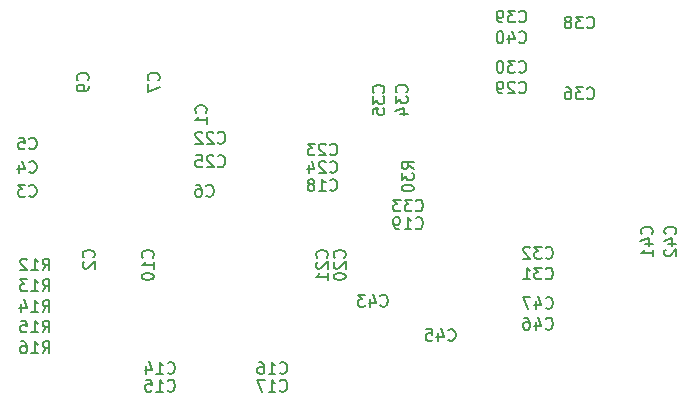
<source format=gbo>
G04 #@! TF.GenerationSoftware,KiCad,Pcbnew,5.0.0-rc1-44a33f2~62~ubuntu18.04.1*
G04 #@! TF.CreationDate,2018-04-18T04:45:04+00:00*
G04 #@! TF.ProjectId,glasgow,676C6173676F772E6B696361645F7063,rev?*
G04 #@! TF.SameCoordinates,Original*
G04 #@! TF.FileFunction,Legend,Bot*
G04 #@! TF.FilePolarity,Positive*
%FSLAX46Y46*%
G04 Gerber Fmt 4.6, Leading zero omitted, Abs format (unit mm)*
G04 Created by KiCad (PCBNEW 5.0.0-rc1-44a33f2~62~ubuntu18.04.1) date Wed Apr 18 04:45:04 2018*
%MOMM*%
%LPD*%
G01*
G04 APERTURE LIST*
%ADD10C,0.150000*%
G04 APERTURE END LIST*
D10*
X103142857Y-87107142D02*
X103190476Y-87154761D01*
X103333333Y-87202380D01*
X103428571Y-87202380D01*
X103571428Y-87154761D01*
X103666666Y-87059523D01*
X103714285Y-86964285D01*
X103761904Y-86773809D01*
X103761904Y-86630952D01*
X103714285Y-86440476D01*
X103666666Y-86345238D01*
X103571428Y-86250000D01*
X103428571Y-86202380D01*
X103333333Y-86202380D01*
X103190476Y-86250000D01*
X103142857Y-86297619D01*
X102809523Y-86202380D02*
X102190476Y-86202380D01*
X102523809Y-86583333D01*
X102380952Y-86583333D01*
X102285714Y-86630952D01*
X102238095Y-86678571D01*
X102190476Y-86773809D01*
X102190476Y-87011904D01*
X102238095Y-87107142D01*
X102285714Y-87154761D01*
X102380952Y-87202380D01*
X102666666Y-87202380D01*
X102761904Y-87154761D01*
X102809523Y-87107142D01*
X101571428Y-86202380D02*
X101476190Y-86202380D01*
X101380952Y-86250000D01*
X101333333Y-86297619D01*
X101285714Y-86392857D01*
X101238095Y-86583333D01*
X101238095Y-86821428D01*
X101285714Y-87011904D01*
X101333333Y-87107142D01*
X101380952Y-87154761D01*
X101476190Y-87202380D01*
X101571428Y-87202380D01*
X101666666Y-87154761D01*
X101714285Y-87107142D01*
X101761904Y-87011904D01*
X101809523Y-86821428D01*
X101809523Y-86583333D01*
X101761904Y-86392857D01*
X101714285Y-86297619D01*
X101666666Y-86250000D01*
X101571428Y-86202380D01*
X94202380Y-95357142D02*
X93726190Y-95023809D01*
X94202380Y-94785714D02*
X93202380Y-94785714D01*
X93202380Y-95166666D01*
X93250000Y-95261904D01*
X93297619Y-95309523D01*
X93392857Y-95357142D01*
X93535714Y-95357142D01*
X93630952Y-95309523D01*
X93678571Y-95261904D01*
X93726190Y-95166666D01*
X93726190Y-94785714D01*
X93202380Y-95690476D02*
X93202380Y-96309523D01*
X93583333Y-95976190D01*
X93583333Y-96119047D01*
X93630952Y-96214285D01*
X93678571Y-96261904D01*
X93773809Y-96309523D01*
X94011904Y-96309523D01*
X94107142Y-96261904D01*
X94154761Y-96214285D01*
X94202380Y-96119047D01*
X94202380Y-95833333D01*
X94154761Y-95738095D01*
X94107142Y-95690476D01*
X93202380Y-96928571D02*
X93202380Y-97023809D01*
X93250000Y-97119047D01*
X93297619Y-97166666D01*
X93392857Y-97214285D01*
X93583333Y-97261904D01*
X93821428Y-97261904D01*
X94011904Y-97214285D01*
X94107142Y-97166666D01*
X94154761Y-97119047D01*
X94202380Y-97023809D01*
X94202380Y-96928571D01*
X94154761Y-96833333D01*
X94107142Y-96785714D01*
X94011904Y-96738095D01*
X93821428Y-96690476D01*
X93583333Y-96690476D01*
X93392857Y-96738095D01*
X93297619Y-96785714D01*
X93250000Y-96833333D01*
X93202380Y-96928571D01*
X93607142Y-88857142D02*
X93654761Y-88809523D01*
X93702380Y-88666666D01*
X93702380Y-88571428D01*
X93654761Y-88428571D01*
X93559523Y-88333333D01*
X93464285Y-88285714D01*
X93273809Y-88238095D01*
X93130952Y-88238095D01*
X92940476Y-88285714D01*
X92845238Y-88333333D01*
X92750000Y-88428571D01*
X92702380Y-88571428D01*
X92702380Y-88666666D01*
X92750000Y-88809523D01*
X92797619Y-88857142D01*
X92702380Y-89190476D02*
X92702380Y-89809523D01*
X93083333Y-89476190D01*
X93083333Y-89619047D01*
X93130952Y-89714285D01*
X93178571Y-89761904D01*
X93273809Y-89809523D01*
X93511904Y-89809523D01*
X93607142Y-89761904D01*
X93654761Y-89714285D01*
X93702380Y-89619047D01*
X93702380Y-89333333D01*
X93654761Y-89238095D01*
X93607142Y-89190476D01*
X93035714Y-90666666D02*
X93702380Y-90666666D01*
X92654761Y-90428571D02*
X93369047Y-90190476D01*
X93369047Y-90809523D01*
X91644268Y-88888144D02*
X91691887Y-88840525D01*
X91739506Y-88697668D01*
X91739506Y-88602430D01*
X91691887Y-88459573D01*
X91596649Y-88364335D01*
X91501411Y-88316716D01*
X91310935Y-88269097D01*
X91168078Y-88269097D01*
X90977602Y-88316716D01*
X90882364Y-88364335D01*
X90787126Y-88459573D01*
X90739506Y-88602430D01*
X90739506Y-88697668D01*
X90787126Y-88840525D01*
X90834745Y-88888144D01*
X90739506Y-89221478D02*
X90739506Y-89840525D01*
X91120459Y-89507192D01*
X91120459Y-89650049D01*
X91168078Y-89745287D01*
X91215697Y-89792906D01*
X91310935Y-89840525D01*
X91549030Y-89840525D01*
X91644268Y-89792906D01*
X91691887Y-89745287D01*
X91739506Y-89650049D01*
X91739506Y-89364335D01*
X91691887Y-89269097D01*
X91644268Y-89221478D01*
X90739506Y-90745287D02*
X90739506Y-90269097D01*
X91215697Y-90221478D01*
X91168078Y-90269097D01*
X91120459Y-90364335D01*
X91120459Y-90602430D01*
X91168078Y-90697668D01*
X91215697Y-90745287D01*
X91310935Y-90792906D01*
X91549030Y-90792906D01*
X91644268Y-90745287D01*
X91691887Y-90697668D01*
X91739506Y-90602430D01*
X91739506Y-90364335D01*
X91691887Y-90269097D01*
X91644268Y-90221478D01*
X108892857Y-89357142D02*
X108940476Y-89404761D01*
X109083333Y-89452380D01*
X109178571Y-89452380D01*
X109321428Y-89404761D01*
X109416666Y-89309523D01*
X109464285Y-89214285D01*
X109511904Y-89023809D01*
X109511904Y-88880952D01*
X109464285Y-88690476D01*
X109416666Y-88595238D01*
X109321428Y-88500000D01*
X109178571Y-88452380D01*
X109083333Y-88452380D01*
X108940476Y-88500000D01*
X108892857Y-88547619D01*
X108559523Y-88452380D02*
X107940476Y-88452380D01*
X108273809Y-88833333D01*
X108130952Y-88833333D01*
X108035714Y-88880952D01*
X107988095Y-88928571D01*
X107940476Y-89023809D01*
X107940476Y-89261904D01*
X107988095Y-89357142D01*
X108035714Y-89404761D01*
X108130952Y-89452380D01*
X108416666Y-89452380D01*
X108511904Y-89404761D01*
X108559523Y-89357142D01*
X107083333Y-88452380D02*
X107273809Y-88452380D01*
X107369047Y-88500000D01*
X107416666Y-88547619D01*
X107511904Y-88690476D01*
X107559523Y-88880952D01*
X107559523Y-89261904D01*
X107511904Y-89357142D01*
X107464285Y-89404761D01*
X107369047Y-89452380D01*
X107178571Y-89452380D01*
X107083333Y-89404761D01*
X107035714Y-89357142D01*
X106988095Y-89261904D01*
X106988095Y-89023809D01*
X107035714Y-88928571D01*
X107083333Y-88880952D01*
X107178571Y-88833333D01*
X107369047Y-88833333D01*
X107464285Y-88880952D01*
X107511904Y-88928571D01*
X107559523Y-89023809D01*
X108892857Y-83357142D02*
X108940476Y-83404761D01*
X109083333Y-83452380D01*
X109178571Y-83452380D01*
X109321428Y-83404761D01*
X109416666Y-83309523D01*
X109464285Y-83214285D01*
X109511904Y-83023809D01*
X109511904Y-82880952D01*
X109464285Y-82690476D01*
X109416666Y-82595238D01*
X109321428Y-82500000D01*
X109178571Y-82452380D01*
X109083333Y-82452380D01*
X108940476Y-82500000D01*
X108892857Y-82547619D01*
X108559523Y-82452380D02*
X107940476Y-82452380D01*
X108273809Y-82833333D01*
X108130952Y-82833333D01*
X108035714Y-82880952D01*
X107988095Y-82928571D01*
X107940476Y-83023809D01*
X107940476Y-83261904D01*
X107988095Y-83357142D01*
X108035714Y-83404761D01*
X108130952Y-83452380D01*
X108416666Y-83452380D01*
X108511904Y-83404761D01*
X108559523Y-83357142D01*
X107369047Y-82880952D02*
X107464285Y-82833333D01*
X107511904Y-82785714D01*
X107559523Y-82690476D01*
X107559523Y-82642857D01*
X107511904Y-82547619D01*
X107464285Y-82500000D01*
X107369047Y-82452380D01*
X107178571Y-82452380D01*
X107083333Y-82500000D01*
X107035714Y-82547619D01*
X106988095Y-82642857D01*
X106988095Y-82690476D01*
X107035714Y-82785714D01*
X107083333Y-82833333D01*
X107178571Y-82880952D01*
X107369047Y-82880952D01*
X107464285Y-82928571D01*
X107511904Y-82976190D01*
X107559523Y-83071428D01*
X107559523Y-83261904D01*
X107511904Y-83357142D01*
X107464285Y-83404761D01*
X107369047Y-83452380D01*
X107178571Y-83452380D01*
X107083333Y-83404761D01*
X107035714Y-83357142D01*
X106988095Y-83261904D01*
X106988095Y-83071428D01*
X107035714Y-82976190D01*
X107083333Y-82928571D01*
X107178571Y-82880952D01*
X105392857Y-107107142D02*
X105440476Y-107154761D01*
X105583333Y-107202380D01*
X105678571Y-107202380D01*
X105821428Y-107154761D01*
X105916666Y-107059523D01*
X105964285Y-106964285D01*
X106011904Y-106773809D01*
X106011904Y-106630952D01*
X105964285Y-106440476D01*
X105916666Y-106345238D01*
X105821428Y-106250000D01*
X105678571Y-106202380D01*
X105583333Y-106202380D01*
X105440476Y-106250000D01*
X105392857Y-106297619D01*
X104535714Y-106535714D02*
X104535714Y-107202380D01*
X104773809Y-106154761D02*
X105011904Y-106869047D01*
X104392857Y-106869047D01*
X104107142Y-106202380D02*
X103440476Y-106202380D01*
X103869047Y-107202380D01*
X105392857Y-108857142D02*
X105440476Y-108904761D01*
X105583333Y-108952380D01*
X105678571Y-108952380D01*
X105821428Y-108904761D01*
X105916666Y-108809523D01*
X105964285Y-108714285D01*
X106011904Y-108523809D01*
X106011904Y-108380952D01*
X105964285Y-108190476D01*
X105916666Y-108095238D01*
X105821428Y-108000000D01*
X105678571Y-107952380D01*
X105583333Y-107952380D01*
X105440476Y-108000000D01*
X105392857Y-108047619D01*
X104535714Y-108285714D02*
X104535714Y-108952380D01*
X104773809Y-107904761D02*
X105011904Y-108619047D01*
X104392857Y-108619047D01*
X103583333Y-107952380D02*
X103773809Y-107952380D01*
X103869047Y-108000000D01*
X103916666Y-108047619D01*
X104011904Y-108190476D01*
X104059523Y-108380952D01*
X104059523Y-108761904D01*
X104011904Y-108857142D01*
X103964285Y-108904761D01*
X103869047Y-108952380D01*
X103678571Y-108952380D01*
X103583333Y-108904761D01*
X103535714Y-108857142D01*
X103488095Y-108761904D01*
X103488095Y-108523809D01*
X103535714Y-108428571D01*
X103583333Y-108380952D01*
X103678571Y-108333333D01*
X103869047Y-108333333D01*
X103964285Y-108380952D01*
X104011904Y-108428571D01*
X104059523Y-108523809D01*
X97142857Y-109807142D02*
X97190476Y-109854761D01*
X97333333Y-109902380D01*
X97428571Y-109902380D01*
X97571428Y-109854761D01*
X97666666Y-109759523D01*
X97714285Y-109664285D01*
X97761904Y-109473809D01*
X97761904Y-109330952D01*
X97714285Y-109140476D01*
X97666666Y-109045238D01*
X97571428Y-108950000D01*
X97428571Y-108902380D01*
X97333333Y-108902380D01*
X97190476Y-108950000D01*
X97142857Y-108997619D01*
X96285714Y-109235714D02*
X96285714Y-109902380D01*
X96523809Y-108854761D02*
X96761904Y-109569047D01*
X96142857Y-109569047D01*
X95285714Y-108902380D02*
X95761904Y-108902380D01*
X95809523Y-109378571D01*
X95761904Y-109330952D01*
X95666666Y-109283333D01*
X95428571Y-109283333D01*
X95333333Y-109330952D01*
X95285714Y-109378571D01*
X95238095Y-109473809D01*
X95238095Y-109711904D01*
X95285714Y-109807142D01*
X95333333Y-109854761D01*
X95428571Y-109902380D01*
X95666666Y-109902380D01*
X95761904Y-109854761D01*
X95809523Y-109807142D01*
X91392857Y-106907142D02*
X91440476Y-106954761D01*
X91583333Y-107002380D01*
X91678571Y-107002380D01*
X91821428Y-106954761D01*
X91916666Y-106859523D01*
X91964285Y-106764285D01*
X92011904Y-106573809D01*
X92011904Y-106430952D01*
X91964285Y-106240476D01*
X91916666Y-106145238D01*
X91821428Y-106050000D01*
X91678571Y-106002380D01*
X91583333Y-106002380D01*
X91440476Y-106050000D01*
X91392857Y-106097619D01*
X90535714Y-106335714D02*
X90535714Y-107002380D01*
X90773809Y-105954761D02*
X91011904Y-106669047D01*
X90392857Y-106669047D01*
X90107142Y-106002380D02*
X89488095Y-106002380D01*
X89821428Y-106383333D01*
X89678571Y-106383333D01*
X89583333Y-106430952D01*
X89535714Y-106478571D01*
X89488095Y-106573809D01*
X89488095Y-106811904D01*
X89535714Y-106907142D01*
X89583333Y-106954761D01*
X89678571Y-107002380D01*
X89964285Y-107002380D01*
X90059523Y-106954761D01*
X90107142Y-106907142D01*
X116357142Y-100857142D02*
X116404761Y-100809523D01*
X116452380Y-100666666D01*
X116452380Y-100571428D01*
X116404761Y-100428571D01*
X116309523Y-100333333D01*
X116214285Y-100285714D01*
X116023809Y-100238095D01*
X115880952Y-100238095D01*
X115690476Y-100285714D01*
X115595238Y-100333333D01*
X115500000Y-100428571D01*
X115452380Y-100571428D01*
X115452380Y-100666666D01*
X115500000Y-100809523D01*
X115547619Y-100857142D01*
X115785714Y-101714285D02*
X116452380Y-101714285D01*
X115404761Y-101476190D02*
X116119047Y-101238095D01*
X116119047Y-101857142D01*
X115547619Y-102190476D02*
X115500000Y-102238095D01*
X115452380Y-102333333D01*
X115452380Y-102571428D01*
X115500000Y-102666666D01*
X115547619Y-102714285D01*
X115642857Y-102761904D01*
X115738095Y-102761904D01*
X115880952Y-102714285D01*
X116452380Y-102142857D01*
X116452380Y-102761904D01*
X114357142Y-100857142D02*
X114404761Y-100809523D01*
X114452380Y-100666666D01*
X114452380Y-100571428D01*
X114404761Y-100428571D01*
X114309523Y-100333333D01*
X114214285Y-100285714D01*
X114023809Y-100238095D01*
X113880952Y-100238095D01*
X113690476Y-100285714D01*
X113595238Y-100333333D01*
X113500000Y-100428571D01*
X113452380Y-100571428D01*
X113452380Y-100666666D01*
X113500000Y-100809523D01*
X113547619Y-100857142D01*
X113785714Y-101714285D02*
X114452380Y-101714285D01*
X113404761Y-101476190D02*
X114119047Y-101238095D01*
X114119047Y-101857142D01*
X114452380Y-102761904D02*
X114452380Y-102190476D01*
X114452380Y-102476190D02*
X113452380Y-102476190D01*
X113595238Y-102380952D01*
X113690476Y-102285714D01*
X113738095Y-102190476D01*
X103142857Y-84607142D02*
X103190476Y-84654761D01*
X103333333Y-84702380D01*
X103428571Y-84702380D01*
X103571428Y-84654761D01*
X103666666Y-84559523D01*
X103714285Y-84464285D01*
X103761904Y-84273809D01*
X103761904Y-84130952D01*
X103714285Y-83940476D01*
X103666666Y-83845238D01*
X103571428Y-83750000D01*
X103428571Y-83702380D01*
X103333333Y-83702380D01*
X103190476Y-83750000D01*
X103142857Y-83797619D01*
X102285714Y-84035714D02*
X102285714Y-84702380D01*
X102523809Y-83654761D02*
X102761904Y-84369047D01*
X102142857Y-84369047D01*
X101571428Y-83702380D02*
X101476190Y-83702380D01*
X101380952Y-83750000D01*
X101333333Y-83797619D01*
X101285714Y-83892857D01*
X101238095Y-84083333D01*
X101238095Y-84321428D01*
X101285714Y-84511904D01*
X101333333Y-84607142D01*
X101380952Y-84654761D01*
X101476190Y-84702380D01*
X101571428Y-84702380D01*
X101666666Y-84654761D01*
X101714285Y-84607142D01*
X101761904Y-84511904D01*
X101809523Y-84321428D01*
X101809523Y-84083333D01*
X101761904Y-83892857D01*
X101714285Y-83797619D01*
X101666666Y-83750000D01*
X101571428Y-83702380D01*
X103142857Y-82857142D02*
X103190476Y-82904761D01*
X103333333Y-82952380D01*
X103428571Y-82952380D01*
X103571428Y-82904761D01*
X103666666Y-82809523D01*
X103714285Y-82714285D01*
X103761904Y-82523809D01*
X103761904Y-82380952D01*
X103714285Y-82190476D01*
X103666666Y-82095238D01*
X103571428Y-82000000D01*
X103428571Y-81952380D01*
X103333333Y-81952380D01*
X103190476Y-82000000D01*
X103142857Y-82047619D01*
X102809523Y-81952380D02*
X102190476Y-81952380D01*
X102523809Y-82333333D01*
X102380952Y-82333333D01*
X102285714Y-82380952D01*
X102238095Y-82428571D01*
X102190476Y-82523809D01*
X102190476Y-82761904D01*
X102238095Y-82857142D01*
X102285714Y-82904761D01*
X102380952Y-82952380D01*
X102666666Y-82952380D01*
X102761904Y-82904761D01*
X102809523Y-82857142D01*
X101714285Y-82952380D02*
X101523809Y-82952380D01*
X101428571Y-82904761D01*
X101380952Y-82857142D01*
X101285714Y-82714285D01*
X101238095Y-82523809D01*
X101238095Y-82142857D01*
X101285714Y-82047619D01*
X101333333Y-82000000D01*
X101428571Y-81952380D01*
X101619047Y-81952380D01*
X101714285Y-82000000D01*
X101761904Y-82047619D01*
X101809523Y-82142857D01*
X101809523Y-82380952D01*
X101761904Y-82476190D01*
X101714285Y-82523809D01*
X101619047Y-82571428D01*
X101428571Y-82571428D01*
X101333333Y-82523809D01*
X101285714Y-82476190D01*
X101238095Y-82380952D01*
X94392857Y-98857142D02*
X94440476Y-98904761D01*
X94583333Y-98952380D01*
X94678571Y-98952380D01*
X94821428Y-98904761D01*
X94916666Y-98809523D01*
X94964285Y-98714285D01*
X95011904Y-98523809D01*
X95011904Y-98380952D01*
X94964285Y-98190476D01*
X94916666Y-98095238D01*
X94821428Y-98000000D01*
X94678571Y-97952380D01*
X94583333Y-97952380D01*
X94440476Y-98000000D01*
X94392857Y-98047619D01*
X94059523Y-97952380D02*
X93440476Y-97952380D01*
X93773809Y-98333333D01*
X93630952Y-98333333D01*
X93535714Y-98380952D01*
X93488095Y-98428571D01*
X93440476Y-98523809D01*
X93440476Y-98761904D01*
X93488095Y-98857142D01*
X93535714Y-98904761D01*
X93630952Y-98952380D01*
X93916666Y-98952380D01*
X94011904Y-98904761D01*
X94059523Y-98857142D01*
X93107142Y-97952380D02*
X92488095Y-97952380D01*
X92821428Y-98333333D01*
X92678571Y-98333333D01*
X92583333Y-98380952D01*
X92535714Y-98428571D01*
X92488095Y-98523809D01*
X92488095Y-98761904D01*
X92535714Y-98857142D01*
X92583333Y-98904761D01*
X92678571Y-98952380D01*
X92964285Y-98952380D01*
X93059523Y-98904761D01*
X93107142Y-98857142D01*
X62792857Y-103952380D02*
X63126190Y-103476190D01*
X63364285Y-103952380D02*
X63364285Y-102952380D01*
X62983333Y-102952380D01*
X62888095Y-103000000D01*
X62840476Y-103047619D01*
X62792857Y-103142857D01*
X62792857Y-103285714D01*
X62840476Y-103380952D01*
X62888095Y-103428571D01*
X62983333Y-103476190D01*
X63364285Y-103476190D01*
X61840476Y-103952380D02*
X62411904Y-103952380D01*
X62126190Y-103952380D02*
X62126190Y-102952380D01*
X62221428Y-103095238D01*
X62316666Y-103190476D01*
X62411904Y-103238095D01*
X61459523Y-103047619D02*
X61411904Y-103000000D01*
X61316666Y-102952380D01*
X61078571Y-102952380D01*
X60983333Y-103000000D01*
X60935714Y-103047619D01*
X60888095Y-103142857D01*
X60888095Y-103238095D01*
X60935714Y-103380952D01*
X61507142Y-103952380D01*
X60888095Y-103952380D01*
X62792857Y-107452380D02*
X63126190Y-106976190D01*
X63364285Y-107452380D02*
X63364285Y-106452380D01*
X62983333Y-106452380D01*
X62888095Y-106500000D01*
X62840476Y-106547619D01*
X62792857Y-106642857D01*
X62792857Y-106785714D01*
X62840476Y-106880952D01*
X62888095Y-106928571D01*
X62983333Y-106976190D01*
X63364285Y-106976190D01*
X61840476Y-107452380D02*
X62411904Y-107452380D01*
X62126190Y-107452380D02*
X62126190Y-106452380D01*
X62221428Y-106595238D01*
X62316666Y-106690476D01*
X62411904Y-106738095D01*
X60983333Y-106785714D02*
X60983333Y-107452380D01*
X61221428Y-106404761D02*
X61459523Y-107119047D01*
X60840476Y-107119047D01*
X62792857Y-109202380D02*
X63126190Y-108726190D01*
X63364285Y-109202380D02*
X63364285Y-108202380D01*
X62983333Y-108202380D01*
X62888095Y-108250000D01*
X62840476Y-108297619D01*
X62792857Y-108392857D01*
X62792857Y-108535714D01*
X62840476Y-108630952D01*
X62888095Y-108678571D01*
X62983333Y-108726190D01*
X63364285Y-108726190D01*
X61840476Y-109202380D02*
X62411904Y-109202380D01*
X62126190Y-109202380D02*
X62126190Y-108202380D01*
X62221428Y-108345238D01*
X62316666Y-108440476D01*
X62411904Y-108488095D01*
X60935714Y-108202380D02*
X61411904Y-108202380D01*
X61459523Y-108678571D01*
X61411904Y-108630952D01*
X61316666Y-108583333D01*
X61078571Y-108583333D01*
X60983333Y-108630952D01*
X60935714Y-108678571D01*
X60888095Y-108773809D01*
X60888095Y-109011904D01*
X60935714Y-109107142D01*
X60983333Y-109154761D01*
X61078571Y-109202380D01*
X61316666Y-109202380D01*
X61411904Y-109154761D01*
X61459523Y-109107142D01*
X62792857Y-110952380D02*
X63126190Y-110476190D01*
X63364285Y-110952380D02*
X63364285Y-109952380D01*
X62983333Y-109952380D01*
X62888095Y-110000000D01*
X62840476Y-110047619D01*
X62792857Y-110142857D01*
X62792857Y-110285714D01*
X62840476Y-110380952D01*
X62888095Y-110428571D01*
X62983333Y-110476190D01*
X63364285Y-110476190D01*
X61840476Y-110952380D02*
X62411904Y-110952380D01*
X62126190Y-110952380D02*
X62126190Y-109952380D01*
X62221428Y-110095238D01*
X62316666Y-110190476D01*
X62411904Y-110238095D01*
X60983333Y-109952380D02*
X61173809Y-109952380D01*
X61269047Y-110000000D01*
X61316666Y-110047619D01*
X61411904Y-110190476D01*
X61459523Y-110380952D01*
X61459523Y-110761904D01*
X61411904Y-110857142D01*
X61364285Y-110904761D01*
X61269047Y-110952380D01*
X61078571Y-110952380D01*
X60983333Y-110904761D01*
X60935714Y-110857142D01*
X60888095Y-110761904D01*
X60888095Y-110523809D01*
X60935714Y-110428571D01*
X60983333Y-110380952D01*
X61078571Y-110333333D01*
X61269047Y-110333333D01*
X61364285Y-110380952D01*
X61411904Y-110428571D01*
X61459523Y-110523809D01*
X62792857Y-105702380D02*
X63126190Y-105226190D01*
X63364285Y-105702380D02*
X63364285Y-104702380D01*
X62983333Y-104702380D01*
X62888095Y-104750000D01*
X62840476Y-104797619D01*
X62792857Y-104892857D01*
X62792857Y-105035714D01*
X62840476Y-105130952D01*
X62888095Y-105178571D01*
X62983333Y-105226190D01*
X63364285Y-105226190D01*
X61840476Y-105702380D02*
X62411904Y-105702380D01*
X62126190Y-105702380D02*
X62126190Y-104702380D01*
X62221428Y-104845238D01*
X62316666Y-104940476D01*
X62411904Y-104988095D01*
X61507142Y-104702380D02*
X60888095Y-104702380D01*
X61221428Y-105083333D01*
X61078571Y-105083333D01*
X60983333Y-105130952D01*
X60935714Y-105178571D01*
X60888095Y-105273809D01*
X60888095Y-105511904D01*
X60935714Y-105607142D01*
X60983333Y-105654761D01*
X61078571Y-105702380D01*
X61364285Y-105702380D01*
X61459523Y-105654761D01*
X61507142Y-105607142D01*
X105392857Y-104607142D02*
X105440476Y-104654761D01*
X105583333Y-104702380D01*
X105678571Y-104702380D01*
X105821428Y-104654761D01*
X105916666Y-104559523D01*
X105964285Y-104464285D01*
X106011904Y-104273809D01*
X106011904Y-104130952D01*
X105964285Y-103940476D01*
X105916666Y-103845238D01*
X105821428Y-103750000D01*
X105678571Y-103702380D01*
X105583333Y-103702380D01*
X105440476Y-103750000D01*
X105392857Y-103797619D01*
X105059523Y-103702380D02*
X104440476Y-103702380D01*
X104773809Y-104083333D01*
X104630952Y-104083333D01*
X104535714Y-104130952D01*
X104488095Y-104178571D01*
X104440476Y-104273809D01*
X104440476Y-104511904D01*
X104488095Y-104607142D01*
X104535714Y-104654761D01*
X104630952Y-104702380D01*
X104916666Y-104702380D01*
X105011904Y-104654761D01*
X105059523Y-104607142D01*
X103488095Y-104702380D02*
X104059523Y-104702380D01*
X103773809Y-104702380D02*
X103773809Y-103702380D01*
X103869047Y-103845238D01*
X103964285Y-103940476D01*
X104059523Y-103988095D01*
X105392857Y-102857142D02*
X105440476Y-102904761D01*
X105583333Y-102952380D01*
X105678571Y-102952380D01*
X105821428Y-102904761D01*
X105916666Y-102809523D01*
X105964285Y-102714285D01*
X106011904Y-102523809D01*
X106011904Y-102380952D01*
X105964285Y-102190476D01*
X105916666Y-102095238D01*
X105821428Y-102000000D01*
X105678571Y-101952380D01*
X105583333Y-101952380D01*
X105440476Y-102000000D01*
X105392857Y-102047619D01*
X105059523Y-101952380D02*
X104440476Y-101952380D01*
X104773809Y-102333333D01*
X104630952Y-102333333D01*
X104535714Y-102380952D01*
X104488095Y-102428571D01*
X104440476Y-102523809D01*
X104440476Y-102761904D01*
X104488095Y-102857142D01*
X104535714Y-102904761D01*
X104630952Y-102952380D01*
X104916666Y-102952380D01*
X105011904Y-102904761D01*
X105059523Y-102857142D01*
X104059523Y-102047619D02*
X104011904Y-102000000D01*
X103916666Y-101952380D01*
X103678571Y-101952380D01*
X103583333Y-102000000D01*
X103535714Y-102047619D01*
X103488095Y-102142857D01*
X103488095Y-102238095D01*
X103535714Y-102380952D01*
X104107142Y-102952380D01*
X103488095Y-102952380D01*
X103142857Y-88857142D02*
X103190476Y-88904761D01*
X103333333Y-88952380D01*
X103428571Y-88952380D01*
X103571428Y-88904761D01*
X103666666Y-88809523D01*
X103714285Y-88714285D01*
X103761904Y-88523809D01*
X103761904Y-88380952D01*
X103714285Y-88190476D01*
X103666666Y-88095238D01*
X103571428Y-88000000D01*
X103428571Y-87952380D01*
X103333333Y-87952380D01*
X103190476Y-88000000D01*
X103142857Y-88047619D01*
X102761904Y-88047619D02*
X102714285Y-88000000D01*
X102619047Y-87952380D01*
X102380952Y-87952380D01*
X102285714Y-88000000D01*
X102238095Y-88047619D01*
X102190476Y-88142857D01*
X102190476Y-88238095D01*
X102238095Y-88380952D01*
X102809523Y-88952380D01*
X102190476Y-88952380D01*
X101714285Y-88952380D02*
X101523809Y-88952380D01*
X101428571Y-88904761D01*
X101380952Y-88857142D01*
X101285714Y-88714285D01*
X101238095Y-88523809D01*
X101238095Y-88142857D01*
X101285714Y-88047619D01*
X101333333Y-88000000D01*
X101428571Y-87952380D01*
X101619047Y-87952380D01*
X101714285Y-88000000D01*
X101761904Y-88047619D01*
X101809523Y-88142857D01*
X101809523Y-88380952D01*
X101761904Y-88476190D01*
X101714285Y-88523809D01*
X101619047Y-88571428D01*
X101428571Y-88571428D01*
X101333333Y-88523809D01*
X101285714Y-88476190D01*
X101238095Y-88380952D01*
X77642857Y-93107142D02*
X77690476Y-93154761D01*
X77833333Y-93202380D01*
X77928571Y-93202380D01*
X78071428Y-93154761D01*
X78166666Y-93059523D01*
X78214285Y-92964285D01*
X78261904Y-92773809D01*
X78261904Y-92630952D01*
X78214285Y-92440476D01*
X78166666Y-92345238D01*
X78071428Y-92250000D01*
X77928571Y-92202380D01*
X77833333Y-92202380D01*
X77690476Y-92250000D01*
X77642857Y-92297619D01*
X77261904Y-92297619D02*
X77214285Y-92250000D01*
X77119047Y-92202380D01*
X76880952Y-92202380D01*
X76785714Y-92250000D01*
X76738095Y-92297619D01*
X76690476Y-92392857D01*
X76690476Y-92488095D01*
X76738095Y-92630952D01*
X77309523Y-93202380D01*
X76690476Y-93202380D01*
X76309523Y-92297619D02*
X76261904Y-92250000D01*
X76166666Y-92202380D01*
X75928571Y-92202380D01*
X75833333Y-92250000D01*
X75785714Y-92297619D01*
X75738095Y-92392857D01*
X75738095Y-92488095D01*
X75785714Y-92630952D01*
X76357142Y-93202380D01*
X75738095Y-93202380D01*
X77642857Y-95107142D02*
X77690476Y-95154761D01*
X77833333Y-95202380D01*
X77928571Y-95202380D01*
X78071428Y-95154761D01*
X78166666Y-95059523D01*
X78214285Y-94964285D01*
X78261904Y-94773809D01*
X78261904Y-94630952D01*
X78214285Y-94440476D01*
X78166666Y-94345238D01*
X78071428Y-94250000D01*
X77928571Y-94202380D01*
X77833333Y-94202380D01*
X77690476Y-94250000D01*
X77642857Y-94297619D01*
X77261904Y-94297619D02*
X77214285Y-94250000D01*
X77119047Y-94202380D01*
X76880952Y-94202380D01*
X76785714Y-94250000D01*
X76738095Y-94297619D01*
X76690476Y-94392857D01*
X76690476Y-94488095D01*
X76738095Y-94630952D01*
X77309523Y-95202380D01*
X76690476Y-95202380D01*
X75785714Y-94202380D02*
X76261904Y-94202380D01*
X76309523Y-94678571D01*
X76261904Y-94630952D01*
X76166666Y-94583333D01*
X75928571Y-94583333D01*
X75833333Y-94630952D01*
X75785714Y-94678571D01*
X75738095Y-94773809D01*
X75738095Y-95011904D01*
X75785714Y-95107142D01*
X75833333Y-95154761D01*
X75928571Y-95202380D01*
X76166666Y-95202380D01*
X76261904Y-95154761D01*
X76309523Y-95107142D01*
X87142857Y-95607142D02*
X87190476Y-95654761D01*
X87333333Y-95702380D01*
X87428571Y-95702380D01*
X87571428Y-95654761D01*
X87666666Y-95559523D01*
X87714285Y-95464285D01*
X87761904Y-95273809D01*
X87761904Y-95130952D01*
X87714285Y-94940476D01*
X87666666Y-94845238D01*
X87571428Y-94750000D01*
X87428571Y-94702380D01*
X87333333Y-94702380D01*
X87190476Y-94750000D01*
X87142857Y-94797619D01*
X86761904Y-94797619D02*
X86714285Y-94750000D01*
X86619047Y-94702380D01*
X86380952Y-94702380D01*
X86285714Y-94750000D01*
X86238095Y-94797619D01*
X86190476Y-94892857D01*
X86190476Y-94988095D01*
X86238095Y-95130952D01*
X86809523Y-95702380D01*
X86190476Y-95702380D01*
X85333333Y-95035714D02*
X85333333Y-95702380D01*
X85571428Y-94654761D02*
X85809523Y-95369047D01*
X85190476Y-95369047D01*
X87142857Y-94107142D02*
X87190476Y-94154761D01*
X87333333Y-94202380D01*
X87428571Y-94202380D01*
X87571428Y-94154761D01*
X87666666Y-94059523D01*
X87714285Y-93964285D01*
X87761904Y-93773809D01*
X87761904Y-93630952D01*
X87714285Y-93440476D01*
X87666666Y-93345238D01*
X87571428Y-93250000D01*
X87428571Y-93202380D01*
X87333333Y-93202380D01*
X87190476Y-93250000D01*
X87142857Y-93297619D01*
X86761904Y-93297619D02*
X86714285Y-93250000D01*
X86619047Y-93202380D01*
X86380952Y-93202380D01*
X86285714Y-93250000D01*
X86238095Y-93297619D01*
X86190476Y-93392857D01*
X86190476Y-93488095D01*
X86238095Y-93630952D01*
X86809523Y-94202380D01*
X86190476Y-94202380D01*
X85857142Y-93202380D02*
X85238095Y-93202380D01*
X85571428Y-93583333D01*
X85428571Y-93583333D01*
X85333333Y-93630952D01*
X85285714Y-93678571D01*
X85238095Y-93773809D01*
X85238095Y-94011904D01*
X85285714Y-94107142D01*
X85333333Y-94154761D01*
X85428571Y-94202380D01*
X85714285Y-94202380D01*
X85809523Y-94154761D01*
X85857142Y-94107142D01*
X94392857Y-100357142D02*
X94440476Y-100404761D01*
X94583333Y-100452380D01*
X94678571Y-100452380D01*
X94821428Y-100404761D01*
X94916666Y-100309523D01*
X94964285Y-100214285D01*
X95011904Y-100023809D01*
X95011904Y-99880952D01*
X94964285Y-99690476D01*
X94916666Y-99595238D01*
X94821428Y-99500000D01*
X94678571Y-99452380D01*
X94583333Y-99452380D01*
X94440476Y-99500000D01*
X94392857Y-99547619D01*
X93440476Y-100452380D02*
X94011904Y-100452380D01*
X93726190Y-100452380D02*
X93726190Y-99452380D01*
X93821428Y-99595238D01*
X93916666Y-99690476D01*
X94011904Y-99738095D01*
X92964285Y-100452380D02*
X92773809Y-100452380D01*
X92678571Y-100404761D01*
X92630952Y-100357142D01*
X92535714Y-100214285D01*
X92488095Y-100023809D01*
X92488095Y-99642857D01*
X92535714Y-99547619D01*
X92583333Y-99500000D01*
X92678571Y-99452380D01*
X92869047Y-99452380D01*
X92964285Y-99500000D01*
X93011904Y-99547619D01*
X93059523Y-99642857D01*
X93059523Y-99880952D01*
X93011904Y-99976190D01*
X92964285Y-100023809D01*
X92869047Y-100071428D01*
X92678571Y-100071428D01*
X92583333Y-100023809D01*
X92535714Y-99976190D01*
X92488095Y-99880952D01*
X88357142Y-102857142D02*
X88404761Y-102809523D01*
X88452380Y-102666666D01*
X88452380Y-102571428D01*
X88404761Y-102428571D01*
X88309523Y-102333333D01*
X88214285Y-102285714D01*
X88023809Y-102238095D01*
X87880952Y-102238095D01*
X87690476Y-102285714D01*
X87595238Y-102333333D01*
X87500000Y-102428571D01*
X87452380Y-102571428D01*
X87452380Y-102666666D01*
X87500000Y-102809523D01*
X87547619Y-102857142D01*
X87547619Y-103238095D02*
X87500000Y-103285714D01*
X87452380Y-103380952D01*
X87452380Y-103619047D01*
X87500000Y-103714285D01*
X87547619Y-103761904D01*
X87642857Y-103809523D01*
X87738095Y-103809523D01*
X87880952Y-103761904D01*
X88452380Y-103190476D01*
X88452380Y-103809523D01*
X87452380Y-104428571D02*
X87452380Y-104523809D01*
X87500000Y-104619047D01*
X87547619Y-104666666D01*
X87642857Y-104714285D01*
X87833333Y-104761904D01*
X88071428Y-104761904D01*
X88261904Y-104714285D01*
X88357142Y-104666666D01*
X88404761Y-104619047D01*
X88452380Y-104523809D01*
X88452380Y-104428571D01*
X88404761Y-104333333D01*
X88357142Y-104285714D01*
X88261904Y-104238095D01*
X88071428Y-104190476D01*
X87833333Y-104190476D01*
X87642857Y-104238095D01*
X87547619Y-104285714D01*
X87500000Y-104333333D01*
X87452380Y-104428571D01*
X86857142Y-102857142D02*
X86904761Y-102809523D01*
X86952380Y-102666666D01*
X86952380Y-102571428D01*
X86904761Y-102428571D01*
X86809523Y-102333333D01*
X86714285Y-102285714D01*
X86523809Y-102238095D01*
X86380952Y-102238095D01*
X86190476Y-102285714D01*
X86095238Y-102333333D01*
X86000000Y-102428571D01*
X85952380Y-102571428D01*
X85952380Y-102666666D01*
X86000000Y-102809523D01*
X86047619Y-102857142D01*
X86047619Y-103238095D02*
X86000000Y-103285714D01*
X85952380Y-103380952D01*
X85952380Y-103619047D01*
X86000000Y-103714285D01*
X86047619Y-103761904D01*
X86142857Y-103809523D01*
X86238095Y-103809523D01*
X86380952Y-103761904D01*
X86952380Y-103190476D01*
X86952380Y-103809523D01*
X86952380Y-104761904D02*
X86952380Y-104190476D01*
X86952380Y-104476190D02*
X85952380Y-104476190D01*
X86095238Y-104380952D01*
X86190476Y-104285714D01*
X86238095Y-104190476D01*
X82892857Y-112607142D02*
X82940476Y-112654761D01*
X83083333Y-112702380D01*
X83178571Y-112702380D01*
X83321428Y-112654761D01*
X83416666Y-112559523D01*
X83464285Y-112464285D01*
X83511904Y-112273809D01*
X83511904Y-112130952D01*
X83464285Y-111940476D01*
X83416666Y-111845238D01*
X83321428Y-111750000D01*
X83178571Y-111702380D01*
X83083333Y-111702380D01*
X82940476Y-111750000D01*
X82892857Y-111797619D01*
X81940476Y-112702380D02*
X82511904Y-112702380D01*
X82226190Y-112702380D02*
X82226190Y-111702380D01*
X82321428Y-111845238D01*
X82416666Y-111940476D01*
X82511904Y-111988095D01*
X81083333Y-111702380D02*
X81273809Y-111702380D01*
X81369047Y-111750000D01*
X81416666Y-111797619D01*
X81511904Y-111940476D01*
X81559523Y-112130952D01*
X81559523Y-112511904D01*
X81511904Y-112607142D01*
X81464285Y-112654761D01*
X81369047Y-112702380D01*
X81178571Y-112702380D01*
X81083333Y-112654761D01*
X81035714Y-112607142D01*
X80988095Y-112511904D01*
X80988095Y-112273809D01*
X81035714Y-112178571D01*
X81083333Y-112130952D01*
X81178571Y-112083333D01*
X81369047Y-112083333D01*
X81464285Y-112130952D01*
X81511904Y-112178571D01*
X81559523Y-112273809D01*
X87142857Y-97107142D02*
X87190476Y-97154761D01*
X87333333Y-97202380D01*
X87428571Y-97202380D01*
X87571428Y-97154761D01*
X87666666Y-97059523D01*
X87714285Y-96964285D01*
X87761904Y-96773809D01*
X87761904Y-96630952D01*
X87714285Y-96440476D01*
X87666666Y-96345238D01*
X87571428Y-96250000D01*
X87428571Y-96202380D01*
X87333333Y-96202380D01*
X87190476Y-96250000D01*
X87142857Y-96297619D01*
X86190476Y-97202380D02*
X86761904Y-97202380D01*
X86476190Y-97202380D02*
X86476190Y-96202380D01*
X86571428Y-96345238D01*
X86666666Y-96440476D01*
X86761904Y-96488095D01*
X85619047Y-96630952D02*
X85714285Y-96583333D01*
X85761904Y-96535714D01*
X85809523Y-96440476D01*
X85809523Y-96392857D01*
X85761904Y-96297619D01*
X85714285Y-96250000D01*
X85619047Y-96202380D01*
X85428571Y-96202380D01*
X85333333Y-96250000D01*
X85285714Y-96297619D01*
X85238095Y-96392857D01*
X85238095Y-96440476D01*
X85285714Y-96535714D01*
X85333333Y-96583333D01*
X85428571Y-96630952D01*
X85619047Y-96630952D01*
X85714285Y-96678571D01*
X85761904Y-96726190D01*
X85809523Y-96821428D01*
X85809523Y-97011904D01*
X85761904Y-97107142D01*
X85714285Y-97154761D01*
X85619047Y-97202380D01*
X85428571Y-97202380D01*
X85333333Y-97154761D01*
X85285714Y-97107142D01*
X85238095Y-97011904D01*
X85238095Y-96821428D01*
X85285714Y-96726190D01*
X85333333Y-96678571D01*
X85428571Y-96630952D01*
X82892857Y-114107142D02*
X82940476Y-114154761D01*
X83083333Y-114202380D01*
X83178571Y-114202380D01*
X83321428Y-114154761D01*
X83416666Y-114059523D01*
X83464285Y-113964285D01*
X83511904Y-113773809D01*
X83511904Y-113630952D01*
X83464285Y-113440476D01*
X83416666Y-113345238D01*
X83321428Y-113250000D01*
X83178571Y-113202380D01*
X83083333Y-113202380D01*
X82940476Y-113250000D01*
X82892857Y-113297619D01*
X81940476Y-114202380D02*
X82511904Y-114202380D01*
X82226190Y-114202380D02*
X82226190Y-113202380D01*
X82321428Y-113345238D01*
X82416666Y-113440476D01*
X82511904Y-113488095D01*
X81607142Y-113202380D02*
X80940476Y-113202380D01*
X81369047Y-114202380D01*
X76607142Y-90583333D02*
X76654761Y-90535714D01*
X76702380Y-90392857D01*
X76702380Y-90297619D01*
X76654761Y-90154761D01*
X76559523Y-90059523D01*
X76464285Y-90011904D01*
X76273809Y-89964285D01*
X76130952Y-89964285D01*
X75940476Y-90011904D01*
X75845238Y-90059523D01*
X75750000Y-90154761D01*
X75702380Y-90297619D01*
X75702380Y-90392857D01*
X75750000Y-90535714D01*
X75797619Y-90583333D01*
X76702380Y-91535714D02*
X76702380Y-90964285D01*
X76702380Y-91250000D02*
X75702380Y-91250000D01*
X75845238Y-91154761D01*
X75940476Y-91059523D01*
X75988095Y-90964285D01*
X73392857Y-114107142D02*
X73440476Y-114154761D01*
X73583333Y-114202380D01*
X73678571Y-114202380D01*
X73821428Y-114154761D01*
X73916666Y-114059523D01*
X73964285Y-113964285D01*
X74011904Y-113773809D01*
X74011904Y-113630952D01*
X73964285Y-113440476D01*
X73916666Y-113345238D01*
X73821428Y-113250000D01*
X73678571Y-113202380D01*
X73583333Y-113202380D01*
X73440476Y-113250000D01*
X73392857Y-113297619D01*
X72440476Y-114202380D02*
X73011904Y-114202380D01*
X72726190Y-114202380D02*
X72726190Y-113202380D01*
X72821428Y-113345238D01*
X72916666Y-113440476D01*
X73011904Y-113488095D01*
X71535714Y-113202380D02*
X72011904Y-113202380D01*
X72059523Y-113678571D01*
X72011904Y-113630952D01*
X71916666Y-113583333D01*
X71678571Y-113583333D01*
X71583333Y-113630952D01*
X71535714Y-113678571D01*
X71488095Y-113773809D01*
X71488095Y-114011904D01*
X71535714Y-114107142D01*
X71583333Y-114154761D01*
X71678571Y-114202380D01*
X71916666Y-114202380D01*
X72011904Y-114154761D01*
X72059523Y-114107142D01*
X73392857Y-112607142D02*
X73440476Y-112654761D01*
X73583333Y-112702380D01*
X73678571Y-112702380D01*
X73821428Y-112654761D01*
X73916666Y-112559523D01*
X73964285Y-112464285D01*
X74011904Y-112273809D01*
X74011904Y-112130952D01*
X73964285Y-111940476D01*
X73916666Y-111845238D01*
X73821428Y-111750000D01*
X73678571Y-111702380D01*
X73583333Y-111702380D01*
X73440476Y-111750000D01*
X73392857Y-111797619D01*
X72440476Y-112702380D02*
X73011904Y-112702380D01*
X72726190Y-112702380D02*
X72726190Y-111702380D01*
X72821428Y-111845238D01*
X72916666Y-111940476D01*
X73011904Y-111988095D01*
X71583333Y-112035714D02*
X71583333Y-112702380D01*
X71821428Y-111654761D02*
X72059523Y-112369047D01*
X71440476Y-112369047D01*
X72107142Y-102857142D02*
X72154761Y-102809523D01*
X72202380Y-102666666D01*
X72202380Y-102571428D01*
X72154761Y-102428571D01*
X72059523Y-102333333D01*
X71964285Y-102285714D01*
X71773809Y-102238095D01*
X71630952Y-102238095D01*
X71440476Y-102285714D01*
X71345238Y-102333333D01*
X71250000Y-102428571D01*
X71202380Y-102571428D01*
X71202380Y-102666666D01*
X71250000Y-102809523D01*
X71297619Y-102857142D01*
X72202380Y-103809523D02*
X72202380Y-103238095D01*
X72202380Y-103523809D02*
X71202380Y-103523809D01*
X71345238Y-103428571D01*
X71440476Y-103333333D01*
X71488095Y-103238095D01*
X71202380Y-104428571D02*
X71202380Y-104523809D01*
X71250000Y-104619047D01*
X71297619Y-104666666D01*
X71392857Y-104714285D01*
X71583333Y-104761904D01*
X71821428Y-104761904D01*
X72011904Y-104714285D01*
X72107142Y-104666666D01*
X72154761Y-104619047D01*
X72202380Y-104523809D01*
X72202380Y-104428571D01*
X72154761Y-104333333D01*
X72107142Y-104285714D01*
X72011904Y-104238095D01*
X71821428Y-104190476D01*
X71583333Y-104190476D01*
X71392857Y-104238095D01*
X71297619Y-104285714D01*
X71250000Y-104333333D01*
X71202380Y-104428571D01*
X66607142Y-87833333D02*
X66654761Y-87785714D01*
X66702380Y-87642857D01*
X66702380Y-87547619D01*
X66654761Y-87404761D01*
X66559523Y-87309523D01*
X66464285Y-87261904D01*
X66273809Y-87214285D01*
X66130952Y-87214285D01*
X65940476Y-87261904D01*
X65845238Y-87309523D01*
X65750000Y-87404761D01*
X65702380Y-87547619D01*
X65702380Y-87642857D01*
X65750000Y-87785714D01*
X65797619Y-87833333D01*
X66702380Y-88309523D02*
X66702380Y-88500000D01*
X66654761Y-88595238D01*
X66607142Y-88642857D01*
X66464285Y-88738095D01*
X66273809Y-88785714D01*
X65892857Y-88785714D01*
X65797619Y-88738095D01*
X65750000Y-88690476D01*
X65702380Y-88595238D01*
X65702380Y-88404761D01*
X65750000Y-88309523D01*
X65797619Y-88261904D01*
X65892857Y-88214285D01*
X66130952Y-88214285D01*
X66226190Y-88261904D01*
X66273809Y-88309523D01*
X66321428Y-88404761D01*
X66321428Y-88595238D01*
X66273809Y-88690476D01*
X66226190Y-88738095D01*
X66130952Y-88785714D01*
X72607142Y-87833333D02*
X72654761Y-87785714D01*
X72702380Y-87642857D01*
X72702380Y-87547619D01*
X72654761Y-87404761D01*
X72559523Y-87309523D01*
X72464285Y-87261904D01*
X72273809Y-87214285D01*
X72130952Y-87214285D01*
X71940476Y-87261904D01*
X71845238Y-87309523D01*
X71750000Y-87404761D01*
X71702380Y-87547619D01*
X71702380Y-87642857D01*
X71750000Y-87785714D01*
X71797619Y-87833333D01*
X71702380Y-88166666D02*
X71702380Y-88833333D01*
X72702380Y-88404761D01*
X76666666Y-97607142D02*
X76714285Y-97654761D01*
X76857142Y-97702380D01*
X76952380Y-97702380D01*
X77095238Y-97654761D01*
X77190476Y-97559523D01*
X77238095Y-97464285D01*
X77285714Y-97273809D01*
X77285714Y-97130952D01*
X77238095Y-96940476D01*
X77190476Y-96845238D01*
X77095238Y-96750000D01*
X76952380Y-96702380D01*
X76857142Y-96702380D01*
X76714285Y-96750000D01*
X76666666Y-96797619D01*
X75809523Y-96702380D02*
X76000000Y-96702380D01*
X76095238Y-96750000D01*
X76142857Y-96797619D01*
X76238095Y-96940476D01*
X76285714Y-97130952D01*
X76285714Y-97511904D01*
X76238095Y-97607142D01*
X76190476Y-97654761D01*
X76095238Y-97702380D01*
X75904761Y-97702380D01*
X75809523Y-97654761D01*
X75761904Y-97607142D01*
X75714285Y-97511904D01*
X75714285Y-97273809D01*
X75761904Y-97178571D01*
X75809523Y-97130952D01*
X75904761Y-97083333D01*
X76095238Y-97083333D01*
X76190476Y-97130952D01*
X76238095Y-97178571D01*
X76285714Y-97273809D01*
X61666666Y-93607142D02*
X61714285Y-93654761D01*
X61857142Y-93702380D01*
X61952380Y-93702380D01*
X62095238Y-93654761D01*
X62190476Y-93559523D01*
X62238095Y-93464285D01*
X62285714Y-93273809D01*
X62285714Y-93130952D01*
X62238095Y-92940476D01*
X62190476Y-92845238D01*
X62095238Y-92750000D01*
X61952380Y-92702380D01*
X61857142Y-92702380D01*
X61714285Y-92750000D01*
X61666666Y-92797619D01*
X60761904Y-92702380D02*
X61238095Y-92702380D01*
X61285714Y-93178571D01*
X61238095Y-93130952D01*
X61142857Y-93083333D01*
X60904761Y-93083333D01*
X60809523Y-93130952D01*
X60761904Y-93178571D01*
X60714285Y-93273809D01*
X60714285Y-93511904D01*
X60761904Y-93607142D01*
X60809523Y-93654761D01*
X60904761Y-93702380D01*
X61142857Y-93702380D01*
X61238095Y-93654761D01*
X61285714Y-93607142D01*
X61666666Y-95607142D02*
X61714285Y-95654761D01*
X61857142Y-95702380D01*
X61952380Y-95702380D01*
X62095238Y-95654761D01*
X62190476Y-95559523D01*
X62238095Y-95464285D01*
X62285714Y-95273809D01*
X62285714Y-95130952D01*
X62238095Y-94940476D01*
X62190476Y-94845238D01*
X62095238Y-94750000D01*
X61952380Y-94702380D01*
X61857142Y-94702380D01*
X61714285Y-94750000D01*
X61666666Y-94797619D01*
X60809523Y-95035714D02*
X60809523Y-95702380D01*
X61047619Y-94654761D02*
X61285714Y-95369047D01*
X60666666Y-95369047D01*
X61666666Y-97607142D02*
X61714285Y-97654761D01*
X61857142Y-97702380D01*
X61952380Y-97702380D01*
X62095238Y-97654761D01*
X62190476Y-97559523D01*
X62238095Y-97464285D01*
X62285714Y-97273809D01*
X62285714Y-97130952D01*
X62238095Y-96940476D01*
X62190476Y-96845238D01*
X62095238Y-96750000D01*
X61952380Y-96702380D01*
X61857142Y-96702380D01*
X61714285Y-96750000D01*
X61666666Y-96797619D01*
X61333333Y-96702380D02*
X60714285Y-96702380D01*
X61047619Y-97083333D01*
X60904761Y-97083333D01*
X60809523Y-97130952D01*
X60761904Y-97178571D01*
X60714285Y-97273809D01*
X60714285Y-97511904D01*
X60761904Y-97607142D01*
X60809523Y-97654761D01*
X60904761Y-97702380D01*
X61190476Y-97702380D01*
X61285714Y-97654761D01*
X61333333Y-97607142D01*
X67107142Y-102833333D02*
X67154761Y-102785714D01*
X67202380Y-102642857D01*
X67202380Y-102547619D01*
X67154761Y-102404761D01*
X67059523Y-102309523D01*
X66964285Y-102261904D01*
X66773809Y-102214285D01*
X66630952Y-102214285D01*
X66440476Y-102261904D01*
X66345238Y-102309523D01*
X66250000Y-102404761D01*
X66202380Y-102547619D01*
X66202380Y-102642857D01*
X66250000Y-102785714D01*
X66297619Y-102833333D01*
X66297619Y-103214285D02*
X66250000Y-103261904D01*
X66202380Y-103357142D01*
X66202380Y-103595238D01*
X66250000Y-103690476D01*
X66297619Y-103738095D01*
X66392857Y-103785714D01*
X66488095Y-103785714D01*
X66630952Y-103738095D01*
X67202380Y-103166666D01*
X67202380Y-103785714D01*
M02*

</source>
